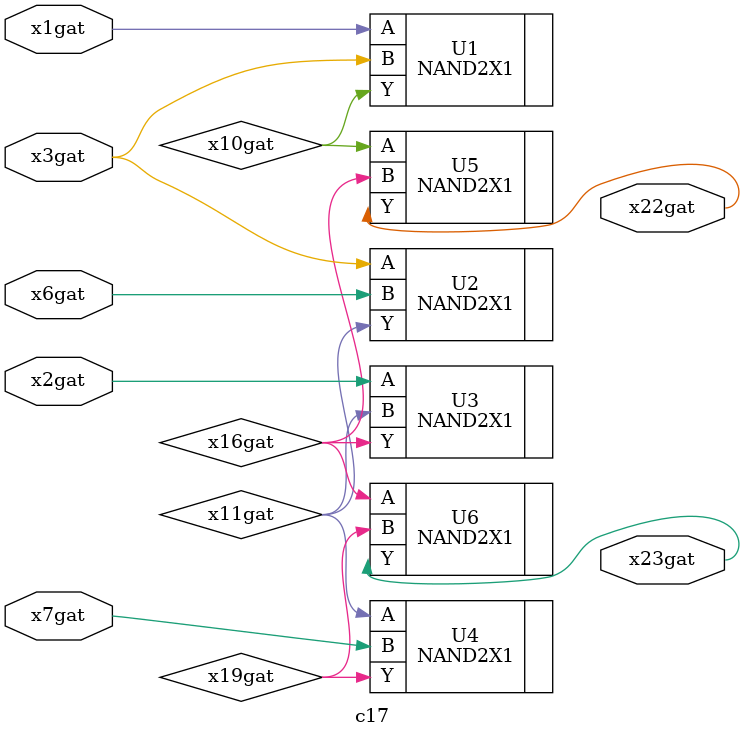
<source format=v>

`timescale 1 ns / 1 ns

module c17 ( x22gat , x23gat ,
             x1gat , x2gat , x3gat , x6gat , x7gat );

output x22gat , x23gat;

input x1gat , x2gat , x3gat , x6gat , x7gat;

wire x10gat , x11gat , x16gat , x19gat;

NAND2X1 U1 ( .A(x1gat), .B(x3gat), .Y(x10gat) );
NAND2X1 U2 ( .A(x3gat), .B(x6gat), .Y(x11gat) );
NAND2X1 U3 ( .A(x2gat), .B(x11gat), .Y(x16gat) );
NAND2X1 U4 ( .A(x11gat), .B(x7gat), .Y(x19gat) );
NAND2X1 U5 ( .A(x10gat), .B(x16gat), .Y(x22gat) );
NAND2X1 U6 ( .A(x16gat), .B(x19gat), .Y(x23gat) );

endmodule

</source>
